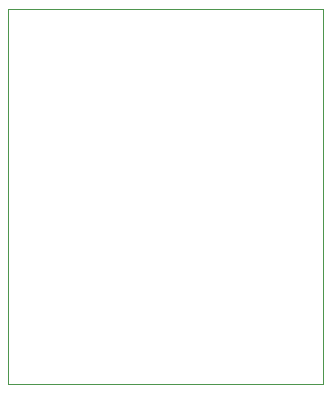
<source format=gbr>
%TF.GenerationSoftware,KiCad,Pcbnew,(5.1.9)-1*%
%TF.CreationDate,2021-12-13T23:40:31+01:00*%
%TF.ProjectId,e18sock,65313873-6f63-46b2-9e6b-696361645f70,rev?*%
%TF.SameCoordinates,Original*%
%TF.FileFunction,Profile,NP*%
%FSLAX46Y46*%
G04 Gerber Fmt 4.6, Leading zero omitted, Abs format (unit mm)*
G04 Created by KiCad (PCBNEW (5.1.9)-1) date 2021-12-13 23:40:31*
%MOMM*%
%LPD*%
G01*
G04 APERTURE LIST*
%TA.AperFunction,Profile*%
%ADD10C,0.050000*%
%TD*%
G04 APERTURE END LIST*
D10*
X141605000Y-65405000D02*
X141605000Y-33655000D01*
X114935000Y-65405000D02*
X141605000Y-65405000D01*
X114935000Y-33655000D02*
X114935000Y-65405000D01*
X141605000Y-33655000D02*
X114935000Y-33655000D01*
M02*

</source>
